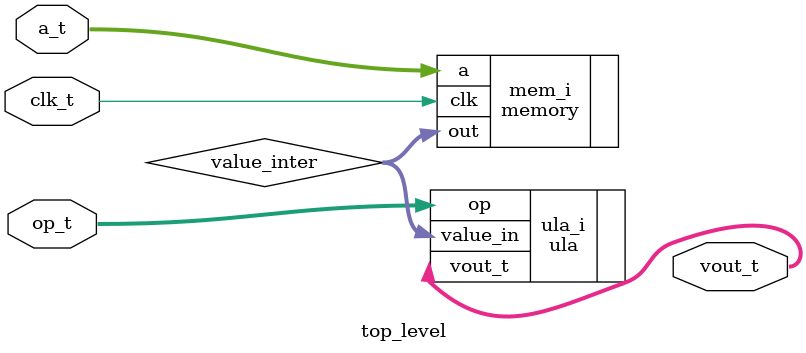
<source format=v>
module top_level(
input clk_t,
input [1:0] a_t,
input [1:0] op_t,
output  [7:0] vout_t
);



wire [7:0] value_inter;

memory mem_i(.clk(clk_t), .a(a_t), .out(value_inter));
ula ula_i(.value_in(value_inter), .op(op_t), .vout_t(vout_t));

endmodule



</source>
